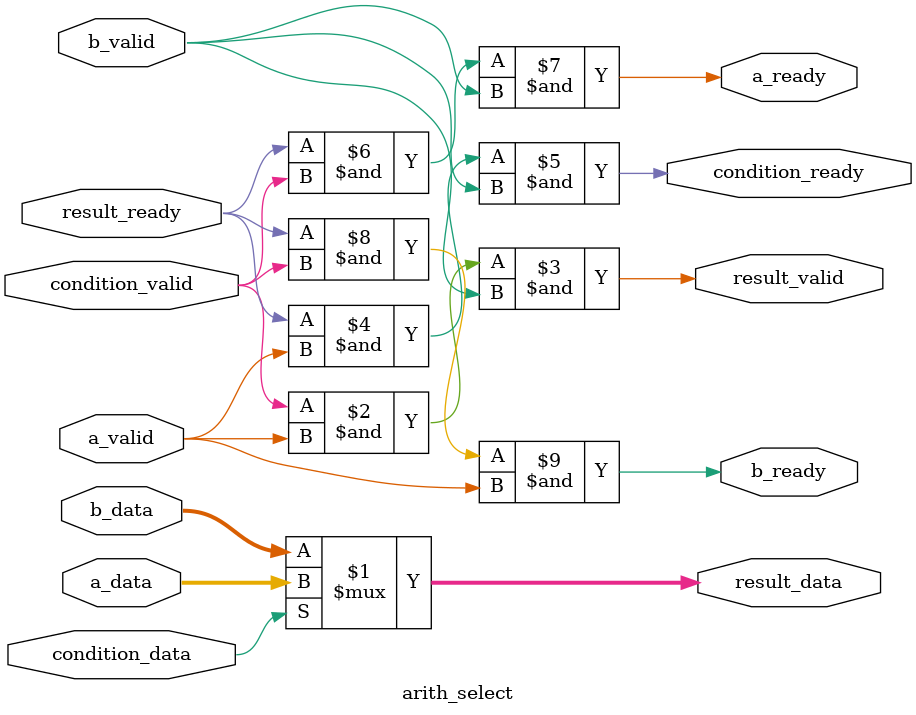
<source format=sv>
module arith_select #(parameter int WIDTH = 32) (
    input  logic             condition_valid,
    output logic             condition_ready,
    input  logic             condition_data,
    input  logic             a_valid,
    output logic             a_ready,
    input  logic [WIDTH-1:0] a_data,
    input  logic             b_valid,
    output logic             b_ready,
    input  logic [WIDTH-1:0] b_data,
    output logic             result_valid,
    input  logic             result_ready,
    output logic [WIDTH-1:0] result_data
);
  assign result_data      = condition_data ? a_data : b_data;
  assign result_valid     = condition_valid & a_valid & b_valid;
  assign condition_ready  = result_ready & a_valid & b_valid;
  assign a_ready          = result_ready & condition_valid & b_valid;
  assign b_ready          = result_ready & condition_valid & a_valid;
endmodule

</source>
